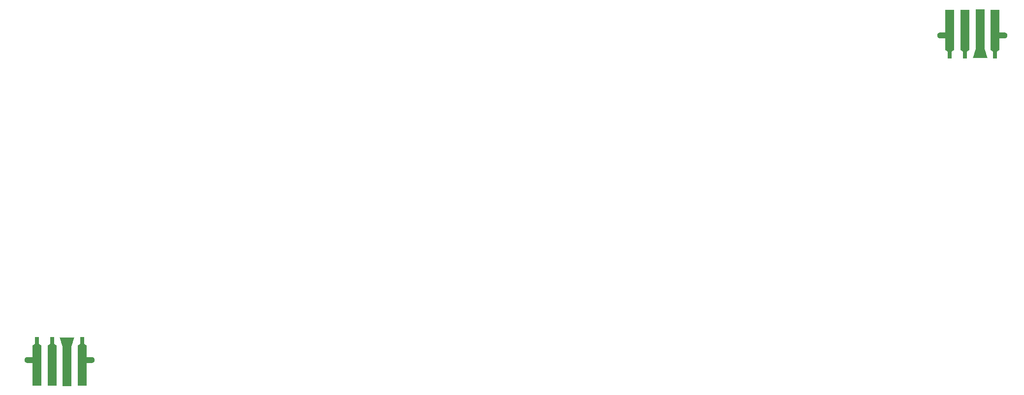
<source format=gtp>
G04 #@! TF.GenerationSoftware,KiCad,Pcbnew,8.0.0*
G04 #@! TF.CreationDate,2024-03-09T16:45:53+00:00*
G04 #@! TF.ProjectId,ibm-model-m-flex-ribbon-cable,69626d2d-6d6f-4646-956c-2d6d2d666c65,rev?*
G04 #@! TF.SameCoordinates,Original*
G04 #@! TF.FileFunction,Paste,Top*
G04 #@! TF.FilePolarity,Positive*
%FSLAX46Y46*%
G04 Gerber Fmt 4.6, Leading zero omitted, Abs format (unit mm)*
G04 Created by KiCad (PCBNEW 8.0.0) date 2024-03-09 16:45:53*
%MOMM*%
%LPD*%
G01*
G04 APERTURE LIST*
G04 Aperture macros list*
%AMFreePoly0*
4,1,24,0.375000,-0.621100,0.800000,-0.871100,0.800000,-2.871100,1.650000,-2.871100,1.721523,-2.873644,1.858776,-2.913945,1.979114,-2.991282,2.072790,-3.099390,2.132213,-3.229509,2.152571,-3.371100,2.132213,-3.512691,2.072790,-3.642810,1.979114,-3.750918,1.858776,-3.828255,1.721523,-3.868556,1.650000,-3.871100,0.800000,-3.871100,0.800000,-7.771100,-0.800000,-7.771100,-0.800000,-0.871100,
-0.375000,-0.621100,-0.375000,0.621100,0.375000,0.621100,0.375000,-0.621100,0.375000,-0.621100,$1*%
%AMFreePoly1*
4,1,9,0.375000,-0.621100,0.800000,-0.871100,0.800000,-7.771100,-0.800000,-7.771100,-0.800000,-0.871100,-0.375000,-0.621100,-0.375000,0.621100,0.375000,0.621100,0.375000,-0.621100,0.375000,-0.621100,$1*%
%AMFreePoly2*
4,1,7,0.800000,0.720964,1.250000,-0.771236,-1.250000,-0.771236,-0.800000,0.720964,-0.800000,7.620964,0.800000,7.620964,0.800000,0.720964,0.800000,0.720964,$1*%
%AMFreePoly3*
4,1,24,0.375000,-0.621100,0.800000,-0.871100,0.800000,-7.771100,-0.800000,-7.771100,-0.800000,-3.871100,-1.650000,-3.871100,-1.721523,-3.868556,-1.858776,-3.828255,-1.979114,-3.750918,-2.072790,-3.642810,-2.132213,-3.512691,-2.152571,-3.371100,-2.132213,-3.229509,-2.072790,-3.099390,-1.979114,-2.991282,-1.858776,-2.913945,-1.721523,-2.873644,-1.650000,-2.871100,-0.800000,-2.871100,-0.800000,-0.871100,
-0.375000,-0.621100,-0.375000,0.621100,0.375000,0.621100,0.375000,-0.621100,0.375000,-0.621100,$1*%
G04 Aperture macros list end*
%ADD10FreePoly0,180.000000*%
%ADD11FreePoly1,180.000000*%
%ADD12FreePoly2,0.000000*%
%ADD13FreePoly3,180.000000*%
%ADD14FreePoly3,0.000000*%
%ADD15FreePoly1,0.000000*%
%ADD16FreePoly2,180.000000*%
%ADD17FreePoly0,0.000000*%
G04 APERTURE END LIST*
D10*
X229750000Y-59675000D03*
D11*
X232350000Y-59675000D03*
D12*
X234950000Y-59444864D03*
D13*
X237550000Y-59675000D03*
D14*
X72750000Y-108864864D03*
D15*
X75350000Y-108864864D03*
D16*
X77950000Y-109095000D03*
D17*
X80550000Y-108864864D03*
M02*

</source>
